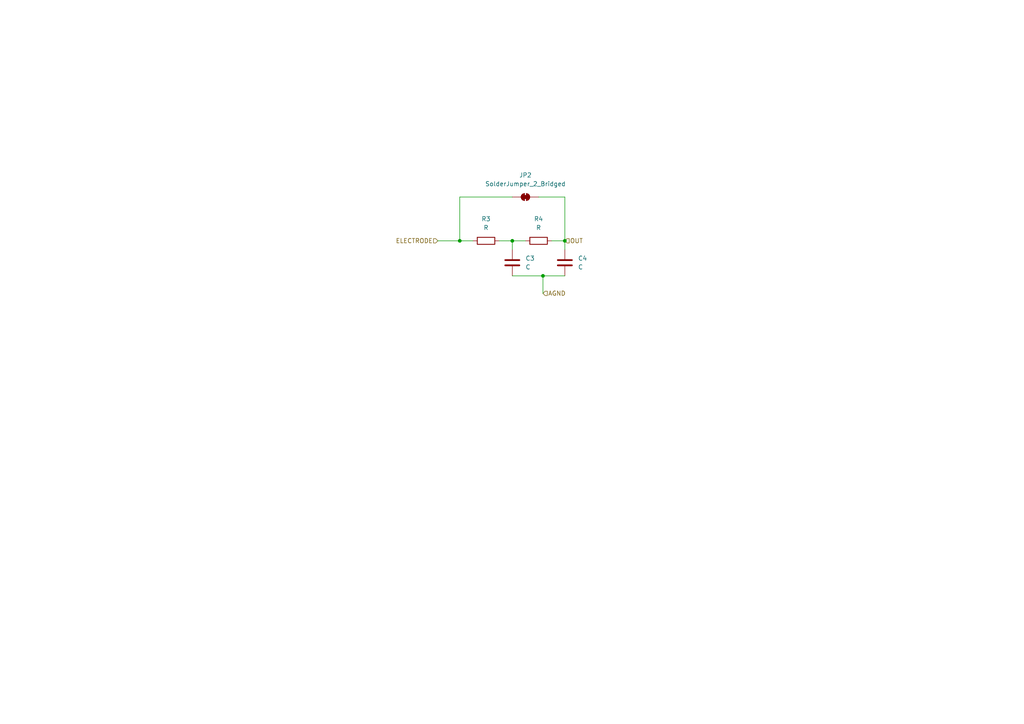
<source format=kicad_sch>
(kicad_sch (version 20231120) (generator "eeschema") (generator_version "8.0")
  (paper "A4")
  (lib_symbols
    (symbol "Device:C" (pin_numbers hide) (pin_names (offset 0.254))
      (property "Reference" "C" (at 0.635 2.54 0))
      (property "Value" "C" (at 0.635 -2.54 0))
      (symbol "C_0_1"
        (polyline (pts (xy -2.032 -0.762) (xy 2.032 -0.762)) (stroke (width 0.508)))
        (polyline (pts (xy -2.032 0.762) (xy 2.032 0.762)) (stroke (width 0.508)))
      )
      (symbol "C_1_1"
        (pin passive line (at 0 3.81 270) (length 2.794) (name "~") (number "1"))
        (pin passive line (at 0 -3.81 90) (length 2.794) (name "~") (number "2"))
      )
    )
    (symbol "Device:R" (pin_numbers hide) (pin_names (offset 0))
      (property "Reference" "R" (at 2.032 0 90))
      (property "Value" "R" (at 0 0 90))
      (symbol "R_0_1"
        (rectangle (start -1.016 -2.54) (end 1.016 2.54) (stroke (width 0.254)))
      )
      (symbol "R_1_1"
        (pin passive line (at 0 3.81 270) (length 1.27) (name "~") (number "1"))
        (pin passive line (at 0 -3.81 90) (length 1.27) (name "~") (number "2"))
      )
    )
    (symbol "Jumper:SolderJumper_2_Bridged" (pin_numbers hide) (pin_names (offset 0) hide) (exclude_from_sim yes) (in_bom no)
      (property "Reference" "JP" (at 0 2.032 0))
      (property "Value" "SolderJumper_2_Bridged" (at 0 -2.54 0))
      (symbol "SolderJumper_2_Bridged_0_1"
        (rectangle (start -0.508 0.508) (end 0.508 -0.508) (fill (type outline)))
        (arc (start -0.254 1.016) (mid -1.2656 0) (end -0.254 -1.016))
        (arc (start -0.254 1.016) (mid -1.2656 0) (end -0.254 -1.016) (fill (type outline)))
        (polyline (pts (xy -0.254 1.016) (xy -0.254 -1.016)))
        (polyline (pts (xy 0.254 1.016) (xy 0.254 -1.016)))
        (arc (start 0.254 -1.016) (mid 1.2656 0) (end 0.254 1.016))
        (arc (start 0.254 -1.016) (mid 1.2656 0) (end 0.254 1.016) (fill (type outline)))
      )
      (symbol "SolderJumper_2_Bridged_1_1"
        (pin passive line (at -3.81 0 0) (length 2.54) (name "A") (number "1"))
        (pin passive line (at 3.81 0 180) (length 2.54) (name "B") (number "2"))
      )
    )
  )
  (junction (at 163.83 69.85))
  (junction (at 133.35 69.85))
  (junction (at 148.59 69.85))
  (junction (at 157.48 80.01))
  (wire (pts (xy 148.59 69.85) (xy 148.59 72.39)))
  (wire (pts (xy 157.48 80.01) (xy 163.83 80.01)))
  (wire (pts (xy 133.35 69.85) (xy 137.16 69.85)))
  (wire (pts (xy 148.59 80.01) (xy 157.48 80.01)))
  (wire (pts (xy 148.59 57.15) (xy 133.35 57.15)))
  (wire (pts (xy 160.02 69.85) (xy 163.83 69.85)))
  (wire (pts (xy 148.59 69.85) (xy 152.4 69.85)))
  (wire (pts (xy 144.78 69.85) (xy 148.59 69.85)))
  (wire (pts (xy 127 69.85) (xy 133.35 69.85)))
  (wire (pts (xy 157.48 80.01) (xy 157.48 85.09)))
  (wire (pts (xy 163.83 57.15) (xy 163.83 69.85)))
  (wire (pts (xy 163.83 69.85) (xy 163.83 72.39)))
  (wire (pts (xy 156.21 57.15) (xy 163.83 57.15)))
  (wire (pts (xy 133.35 57.15) (xy 133.35 69.85)))
  (hierarchical_label "OUT" (shape input) (at 163.83 69.85 0))
  (hierarchical_label "AGND" (shape input) (at 157.48 85.09 0))
  (hierarchical_label "ELECTRODE" (shape input) (at 127 69.85 180))
  (symbol (lib_id "Device:C") (at 148.59 76.2 0) (unit 1)
    (property "Reference" "C1" (at 152.4 74.9299 0) (effects (justify left)))
    (property "Value" "C" (at 152.4 77.4699 0) (effects (justify left)))
    (property "Footprint" "Capacitor_SMD:C_0402_1005Metric" (effects (hide yes)))
    (property "Description" "Unpolarized capacitor" (effects (hide yes)))
    (instances (project "DRY_ELEC_6CH" (path "" (reference "C3") (unit 1)) (path "" (reference "C5") (unit 1)) (path "" (reference "C7") (unit 1)) (path "" (reference "C1") (unit 1)) (path "" (reference "C11") (unit 1)) (path "" (reference "C9") (unit 1))))
  )
  (symbol (lib_id "Device:R") (at 156.21 69.85 90) (unit 1)
    (property "Reference" "R2" (at 156.21 63.5 90))
    (property "Value" "R" (at 156.21 66.04 90))
    (property "Footprint" "Resistor_SMD:R_0402_1005Metric_Pad0.72x0.64mm_HandSolder" (effects (hide yes)))
    (property "Description" "Resistor" (effects (hide yes)))
    (instances (project "DRY_ELEC_6CH" (path "" (reference "R4") (unit 1)) (path "" (reference "R6") (unit 1)) (path "" (reference "R8") (unit 1)) (path "" (reference "R2") (unit 1)) (path "" (reference "R12") (unit 1)) (path "" (reference "R10") (unit 1))))
  )
  (symbol (lib_id "Device:C") (at 163.83 76.2 0) (unit 1)
    (property "Reference" "C2" (at 167.64 74.9299 0) (effects (justify left)))
    (property "Value" "C" (at 167.64 77.4699 0) (effects (justify left)))
    (property "Footprint" "Capacitor_SMD:C_0402_1005Metric" (effects (hide yes)))
    (property "Description" "Unpolarized capacitor" (effects (hide yes)))
    (instances (project "DRY_ELEC_6CH" (path "" (reference "C4") (unit 1)) (path "" (reference "C6") (unit 1)) (path "" (reference "C8") (unit 1)) (path "" (reference "C2") (unit 1)) (path "" (reference "C12") (unit 1)) (path "" (reference "C10") (unit 1))))
  )
  (symbol (lib_id "Device:R") (at 140.97 69.85 90) (unit 1)
    (property "Reference" "R1" (at 140.97 63.5 90))
    (property "Value" "R" (at 140.97 66.04 90))
    (property "Footprint" "Resistor_SMD:R_0402_1005Metric_Pad0.72x0.64mm_HandSolder" (effects (hide yes)))
    (property "Description" "Resistor" (effects (hide yes)))
    (instances (project "DRY_ELEC_6CH" (path "" (reference "R3") (unit 1)) (path "" (reference "R5") (unit 1)) (path "" (reference "R7") (unit 1)) (path "" (reference "R1") (unit 1)) (path "" (reference "R11") (unit 1)) (path "" (reference "R9") (unit 1))))
  )
  (symbol (lib_id "Jumper:SolderJumper_2_Bridged") (at 152.4 57.15 0) (unit 1) (exclude_from_sim yes) (in_bom no)
    (property "Reference" "JP5" (at 152.4 50.8 0))
    (property "Value" "SolderJumper_2_Bridged" (at 152.4 53.34 0))
    (property "Footprint" "Jumper:SolderJumper-2_P1.3mm_Bridged_RoundedPad1.0x1.5mm" (effects (hide yes)))
    (property "Description" "Solder Jumper, 2-pole, closed/bridged" (effects (hide yes)))
    (instances (project "" (path "" (reference "JP2") (unit 1)) (path "" (reference "JP3") (unit 1)) (path "" (reference "JP4") (unit 1)) (path "" (reference "JP1") (unit 1)) (path "" (reference "JP6") (unit 1)) (path "" (reference "JP5") (unit 1))))
  )
)
</source>
